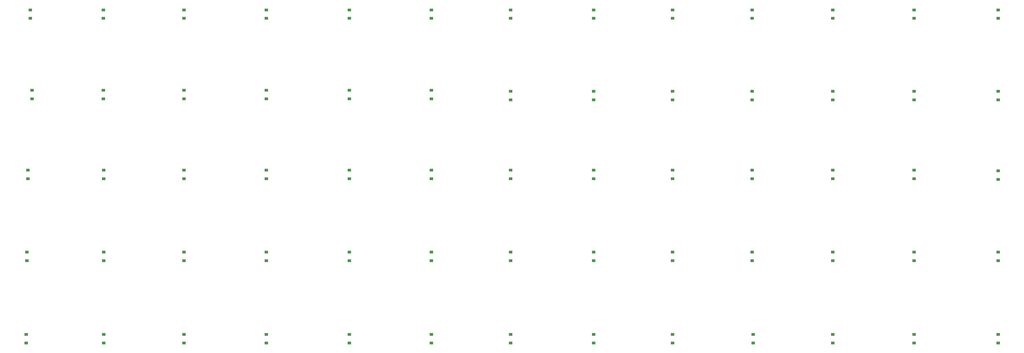
<source format=gbp>
G04 ---------------------------- Layer name :BOTTOM PASTER LAYER*
G04 EasyEDA v5.4.12, Fri, 01 Jun 2018 01:53:27 GMT*
G04 b752a15d14d94793b98c049bcf485ef1*
G04 Gerber Generator version 0.2*
G04 Scale: 100 percent, Rotated: No, Reflected: No *
G04 Dimensions in millimeters *
G04 leading zeros omitted , absolute positions ,3 integer and 3 decimal *
%FSLAX33Y33*%
%MOMM*%
G90*
G71D02*

%ADD16R,0.899998X0.799998*%

%LPD*%
G54D16*
G01X31402Y86996D03*
G01X31402Y84896D03*
G01X49400Y86998D03*
G01X49400Y84898D03*
G01X69199Y86998D03*
G01X69199Y84898D03*
G01X89400Y86998D03*
G01X89400Y84898D03*
G01X109799Y86998D03*
G01X109799Y84898D03*
G01X130002Y86996D03*
G01X130002Y84896D03*
G01X149402Y86996D03*
G01X149402Y84896D03*
G01X169799Y86998D03*
G01X169799Y84898D03*
G01X189202Y86996D03*
G01X189202Y84896D03*
G01X208800Y86996D03*
G01X208800Y84896D03*
G01X228600Y86998D03*
G01X228600Y84898D03*
G01X248602Y86996D03*
G01X248602Y84896D03*
G01X269201Y86996D03*
G01X269201Y84896D03*
G01X31803Y67196D03*
G01X31803Y65096D03*
G01X49400Y67199D03*
G01X49400Y65099D03*
G01X69199Y67199D03*
G01X69199Y65099D03*
G01X89400Y67199D03*
G01X89400Y65099D03*
G01X109799Y67199D03*
G01X109799Y65099D03*
G01X129999Y67199D03*
G01X129999Y65099D03*
G01X149400Y66998D03*
G01X149400Y64898D03*
G01X169799Y66998D03*
G01X169799Y64898D03*
G01X189199Y66998D03*
G01X189199Y64898D03*
G01X208800Y66996D03*
G01X208800Y64896D03*
G01X228602Y66996D03*
G01X228602Y64896D03*
G01X248602Y66996D03*
G01X248602Y64896D03*
G01X269201Y66996D03*
G01X269201Y64896D03*
G01X30800Y47598D03*
G01X30800Y45498D03*
G01X49403Y47595D03*
G01X49403Y45495D03*
G01X69199Y47598D03*
G01X69199Y45498D03*
G01X89402Y47595D03*
G01X89402Y45495D03*
G01X109799Y47598D03*
G01X109799Y45498D03*
G01X130002Y47595D03*
G01X130002Y45495D03*
G01X149400Y47598D03*
G01X149400Y45498D03*
G01X169799Y47598D03*
G01X169799Y45498D03*
G01X189199Y47598D03*
G01X189199Y45498D03*
G01X208800Y47598D03*
G01X208800Y45498D03*
G01X228600Y47598D03*
G01X228600Y45498D03*
G01X248599Y47598D03*
G01X248599Y45498D03*
G01X269199Y47397D03*
G01X269199Y45297D03*
G01X30599Y27397D03*
G01X30599Y25297D03*
G01X49403Y27397D03*
G01X49403Y25297D03*
G01X69199Y27397D03*
G01X69199Y25297D03*
G01X89400Y27397D03*
G01X89400Y25297D03*
G01X109799Y27397D03*
G01X109799Y25297D03*
G01X129999Y27397D03*
G01X129999Y25297D03*
G01X149402Y27397D03*
G01X149402Y25297D03*
G01X169799Y27397D03*
G01X169799Y25297D03*
G01X189199Y27397D03*
G01X189199Y25297D03*
G01X208800Y27397D03*
G01X208800Y25297D03*
G01X228600Y27397D03*
G01X228600Y25297D03*
G01X248599Y27397D03*
G01X248599Y25297D03*
G01X269199Y27397D03*
G01X269199Y25297D03*
G01X30401Y7199D03*
G01X30401Y5099D03*
G01X49403Y7197D03*
G01X49403Y5097D03*
G01X69199Y7199D03*
G01X69199Y5099D03*
G01X89400Y7199D03*
G01X89400Y5099D03*
G01X109799Y7199D03*
G01X109799Y5099D03*
G01X129999Y7199D03*
G01X129999Y5099D03*
G01X149400Y7199D03*
G01X149400Y5099D03*
G01X169799Y7199D03*
G01X169799Y5099D03*
G01X189199Y7199D03*
G01X189199Y5099D03*
G01X208998Y7199D03*
G01X208998Y5099D03*
G01X228600Y7199D03*
G01X228600Y5099D03*
G01X248599Y7199D03*
G01X248599Y5099D03*
G01X269201Y7197D03*
G01X269201Y5097D03*
M00*
M02*

</source>
